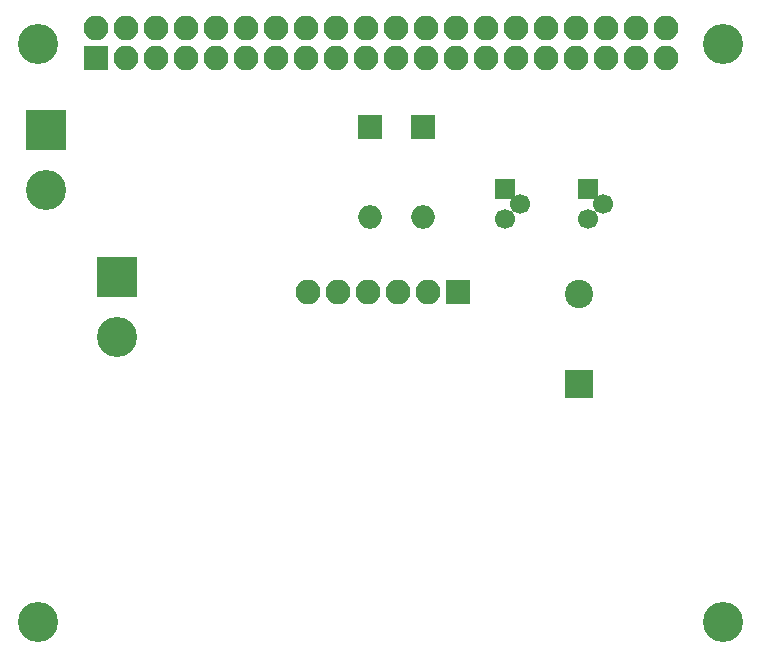
<source format=gbs>
G04 #@! TF.GenerationSoftware,KiCad,Pcbnew,(5.0.0)*
G04 #@! TF.CreationDate,2019-03-22T21:44:55+01:00*
G04 #@! TF.ProjectId,rpismdoven,727069736D646F76656E2E6B69636164,rev?*
G04 #@! TF.SameCoordinates,Original*
G04 #@! TF.FileFunction,Soldermask,Bot*
G04 #@! TF.FilePolarity,Negative*
%FSLAX46Y46*%
G04 Gerber Fmt 4.6, Leading zero omitted, Abs format (unit mm)*
G04 Created by KiCad (PCBNEW (5.0.0)) date 03/22/19 21:44:55*
%MOMM*%
%LPD*%
G01*
G04 APERTURE LIST*
%ADD10C,3.400000*%
%ADD11R,3.400000X3.400000*%
%ADD12R,2.400000X2.400000*%
%ADD13C,2.400000*%
%ADD14R,1.700000X1.700000*%
%ADD15C,1.700000*%
%ADD16R,2.100000X2.100000*%
%ADD17O,2.100000X2.100000*%
%ADD18O,2.000000X2.000000*%
%ADD19R,2.000000X2.000000*%
G04 APERTURE END LIST*
D10*
G04 #@! TO.C,REF\002A\002A*
X102200000Y-58950000D03*
G04 #@! TD*
G04 #@! TO.C,REF\002A\002A*
X160200000Y-58950000D03*
G04 #@! TD*
G04 #@! TO.C,REF\002A\002A*
X160200000Y-107950000D03*
G04 #@! TD*
G04 #@! TO.C,J3*
X108900000Y-83780000D03*
D11*
X108900000Y-78700000D03*
G04 #@! TD*
D12*
G04 #@! TO.C,BZ1*
X148000000Y-87750000D03*
D13*
X148000000Y-80150000D03*
G04 #@! TD*
D14*
G04 #@! TO.C,Q2*
X141750000Y-71250000D03*
D15*
X141750000Y-73790000D03*
X143020000Y-72520000D03*
G04 #@! TD*
G04 #@! TO.C,Q1*
X150020000Y-72520000D03*
X148750000Y-73790000D03*
D14*
X148750000Y-71250000D03*
G04 #@! TD*
D16*
G04 #@! TO.C,J4*
X137750000Y-80000000D03*
D17*
X135210000Y-80000000D03*
X132670000Y-80000000D03*
X130130000Y-80000000D03*
X127590000Y-80000000D03*
X125050000Y-80000000D03*
G04 #@! TD*
D16*
G04 #@! TO.C,J1*
X107100000Y-60200000D03*
D17*
X107100000Y-57660000D03*
X109640000Y-60200000D03*
X109640000Y-57660000D03*
X112180000Y-60200000D03*
X112180000Y-57660000D03*
X114720000Y-60200000D03*
X114720000Y-57660000D03*
X117260000Y-60200000D03*
X117260000Y-57660000D03*
X119800000Y-60200000D03*
X119800000Y-57660000D03*
X122340000Y-60200000D03*
X122340000Y-57660000D03*
X124880000Y-60200000D03*
X124880000Y-57660000D03*
X127420000Y-60200000D03*
X127420000Y-57660000D03*
X129960000Y-60200000D03*
X129960000Y-57660000D03*
X132500000Y-60200000D03*
X132500000Y-57660000D03*
X135040000Y-60200000D03*
X135040000Y-57660000D03*
X137580000Y-60200000D03*
X137580000Y-57660000D03*
X140120000Y-60200000D03*
X140120000Y-57660000D03*
X142660000Y-60200000D03*
X142660000Y-57660000D03*
X145200000Y-60200000D03*
X145200000Y-57660000D03*
X147740000Y-60200000D03*
X147740000Y-57660000D03*
X150280000Y-60200000D03*
X150280000Y-57660000D03*
X152820000Y-60200000D03*
X152820000Y-57660000D03*
X155360000Y-60200000D03*
X155360000Y-57660000D03*
G04 #@! TD*
D18*
G04 #@! TO.C,D2*
X130250000Y-73620000D03*
D19*
X130250000Y-66000000D03*
G04 #@! TD*
G04 #@! TO.C,D1*
X134750000Y-66000000D03*
D18*
X134750000Y-73620000D03*
G04 #@! TD*
D11*
G04 #@! TO.C,J2*
X102900000Y-66300000D03*
D10*
X102900000Y-71380000D03*
G04 #@! TD*
G04 #@! TO.C,REF\002A\002A*
X102200000Y-107950000D03*
G04 #@! TD*
M02*

</source>
